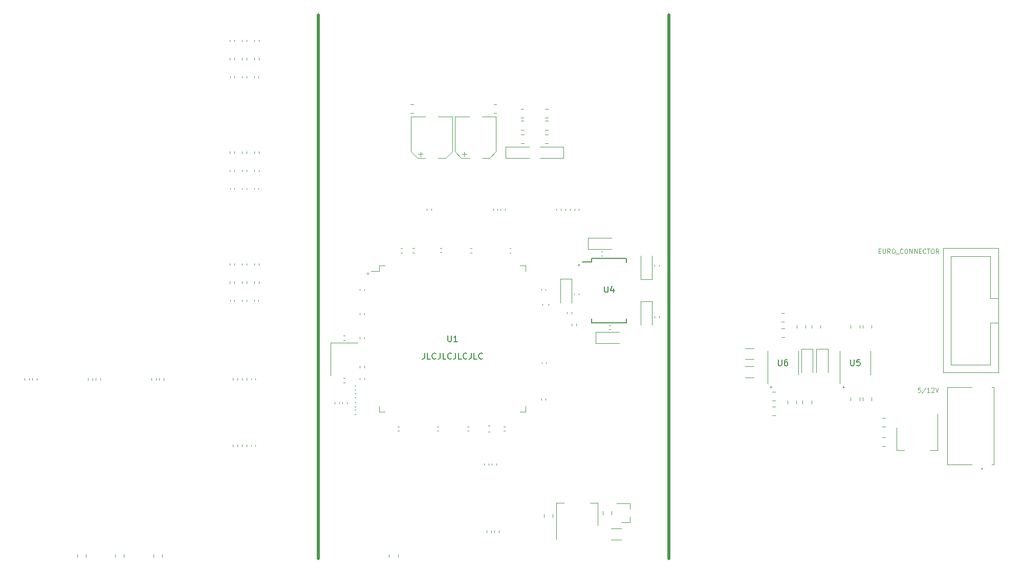
<source format=gbr>
%TF.GenerationSoftware,KiCad,Pcbnew,(5.1.8-0-10_14)*%
%TF.CreationDate,2021-03-03T20:06:49+01:00*%
%TF.ProjectId,KLST_CORE,4b4c5354-5f43-44f5-9245-2e6b69636164,v0.1*%
%TF.SameCoordinates,Original*%
%TF.FileFunction,Legend,Top*%
%TF.FilePolarity,Positive*%
%FSLAX46Y46*%
G04 Gerber Fmt 4.6, Leading zero omitted, Abs format (unit mm)*
G04 Created by KiCad (PCBNEW (5.1.8-0-10_14)) date 2021-03-03 20:06:49*
%MOMM*%
%LPD*%
G01*
G04 APERTURE LIST*
%ADD10C,0.150000*%
%ADD11C,0.120000*%
%ADD12C,0.100000*%
%ADD13C,0.500000*%
%ADD14C,0.200000*%
G04 APERTURE END LIST*
D10*
X117580952Y-113952380D02*
X117580952Y-114666666D01*
X117533333Y-114809523D01*
X117438095Y-114904761D01*
X117295238Y-114952380D01*
X117200000Y-114952380D01*
X118533333Y-114952380D02*
X118057142Y-114952380D01*
X118057142Y-113952380D01*
X119438095Y-114857142D02*
X119390476Y-114904761D01*
X119247619Y-114952380D01*
X119152380Y-114952380D01*
X119009523Y-114904761D01*
X118914285Y-114809523D01*
X118866666Y-114714285D01*
X118819047Y-114523809D01*
X118819047Y-114380952D01*
X118866666Y-114190476D01*
X118914285Y-114095238D01*
X119009523Y-114000000D01*
X119152380Y-113952380D01*
X119247619Y-113952380D01*
X119390476Y-114000000D01*
X119438095Y-114047619D01*
X120152380Y-113952380D02*
X120152380Y-114666666D01*
X120104761Y-114809523D01*
X120009523Y-114904761D01*
X119866666Y-114952380D01*
X119771428Y-114952380D01*
X121104761Y-114952380D02*
X120628571Y-114952380D01*
X120628571Y-113952380D01*
X122009523Y-114857142D02*
X121961904Y-114904761D01*
X121819047Y-114952380D01*
X121723809Y-114952380D01*
X121580952Y-114904761D01*
X121485714Y-114809523D01*
X121438095Y-114714285D01*
X121390476Y-114523809D01*
X121390476Y-114380952D01*
X121438095Y-114190476D01*
X121485714Y-114095238D01*
X121580952Y-114000000D01*
X121723809Y-113952380D01*
X121819047Y-113952380D01*
X121961904Y-114000000D01*
X122009523Y-114047619D01*
X122723809Y-113952380D02*
X122723809Y-114666666D01*
X122676190Y-114809523D01*
X122580952Y-114904761D01*
X122438095Y-114952380D01*
X122342857Y-114952380D01*
X123676190Y-114952380D02*
X123200000Y-114952380D01*
X123200000Y-113952380D01*
X124580952Y-114857142D02*
X124533333Y-114904761D01*
X124390476Y-114952380D01*
X124295238Y-114952380D01*
X124152380Y-114904761D01*
X124057142Y-114809523D01*
X124009523Y-114714285D01*
X123961904Y-114523809D01*
X123961904Y-114380952D01*
X124009523Y-114190476D01*
X124057142Y-114095238D01*
X124152380Y-114000000D01*
X124295238Y-113952380D01*
X124390476Y-113952380D01*
X124533333Y-114000000D01*
X124580952Y-114047619D01*
X125295238Y-113952380D02*
X125295238Y-114666666D01*
X125247619Y-114809523D01*
X125152380Y-114904761D01*
X125009523Y-114952380D01*
X124914285Y-114952380D01*
X126247619Y-114952380D02*
X125771428Y-114952380D01*
X125771428Y-113952380D01*
X127152380Y-114857142D02*
X127104761Y-114904761D01*
X126961904Y-114952380D01*
X126866666Y-114952380D01*
X126723809Y-114904761D01*
X126628571Y-114809523D01*
X126580952Y-114714285D01*
X126533333Y-114523809D01*
X126533333Y-114380952D01*
X126580952Y-114190476D01*
X126628571Y-114095238D01*
X126723809Y-114000000D01*
X126866666Y-113952380D01*
X126961904Y-113952380D01*
X127104761Y-114000000D01*
X127152380Y-114047619D01*
D11*
X187050000Y-119600000D02*
G75*
G03*
X187050000Y-119600000I-150000J0D01*
G01*
X175050000Y-119600000D02*
G75*
G03*
X175050000Y-119600000I-150000J0D01*
G01*
X143250000Y-99400000D02*
G75*
G03*
X143250000Y-99400000I-150000J0D01*
G01*
X108350000Y-100800000D02*
G75*
G03*
X108350000Y-100800000I-150000J0D01*
G01*
D12*
X192699285Y-97046428D02*
X192949285Y-97046428D01*
X193056428Y-97439285D02*
X192699285Y-97439285D01*
X192699285Y-96689285D01*
X193056428Y-96689285D01*
X193377857Y-96689285D02*
X193377857Y-97296428D01*
X193413571Y-97367857D01*
X193449285Y-97403571D01*
X193520714Y-97439285D01*
X193663571Y-97439285D01*
X193735000Y-97403571D01*
X193770714Y-97367857D01*
X193806428Y-97296428D01*
X193806428Y-96689285D01*
X194592142Y-97439285D02*
X194342142Y-97082142D01*
X194163571Y-97439285D02*
X194163571Y-96689285D01*
X194449285Y-96689285D01*
X194520714Y-96725000D01*
X194556428Y-96760714D01*
X194592142Y-96832142D01*
X194592142Y-96939285D01*
X194556428Y-97010714D01*
X194520714Y-97046428D01*
X194449285Y-97082142D01*
X194163571Y-97082142D01*
X195056428Y-96689285D02*
X195199285Y-96689285D01*
X195270714Y-96725000D01*
X195342142Y-96796428D01*
X195377857Y-96939285D01*
X195377857Y-97189285D01*
X195342142Y-97332142D01*
X195270714Y-97403571D01*
X195199285Y-97439285D01*
X195056428Y-97439285D01*
X194985000Y-97403571D01*
X194913571Y-97332142D01*
X194877857Y-97189285D01*
X194877857Y-96939285D01*
X194913571Y-96796428D01*
X194985000Y-96725000D01*
X195056428Y-96689285D01*
X195520714Y-97510714D02*
X196092142Y-97510714D01*
X196699285Y-97367857D02*
X196663571Y-97403571D01*
X196556428Y-97439285D01*
X196485000Y-97439285D01*
X196377857Y-97403571D01*
X196306428Y-97332142D01*
X196270714Y-97260714D01*
X196235000Y-97117857D01*
X196235000Y-97010714D01*
X196270714Y-96867857D01*
X196306428Y-96796428D01*
X196377857Y-96725000D01*
X196485000Y-96689285D01*
X196556428Y-96689285D01*
X196663571Y-96725000D01*
X196699285Y-96760714D01*
X197163571Y-96689285D02*
X197306428Y-96689285D01*
X197377857Y-96725000D01*
X197449285Y-96796428D01*
X197485000Y-96939285D01*
X197485000Y-97189285D01*
X197449285Y-97332142D01*
X197377857Y-97403571D01*
X197306428Y-97439285D01*
X197163571Y-97439285D01*
X197092142Y-97403571D01*
X197020714Y-97332142D01*
X196985000Y-97189285D01*
X196985000Y-96939285D01*
X197020714Y-96796428D01*
X197092142Y-96725000D01*
X197163571Y-96689285D01*
X197806428Y-97439285D02*
X197806428Y-96689285D01*
X198235000Y-97439285D01*
X198235000Y-96689285D01*
X198592142Y-97439285D02*
X198592142Y-96689285D01*
X199020714Y-97439285D01*
X199020714Y-96689285D01*
X199377857Y-97046428D02*
X199627857Y-97046428D01*
X199735000Y-97439285D02*
X199377857Y-97439285D01*
X199377857Y-96689285D01*
X199735000Y-96689285D01*
X200485000Y-97367857D02*
X200449285Y-97403571D01*
X200342142Y-97439285D01*
X200270714Y-97439285D01*
X200163571Y-97403571D01*
X200092142Y-97332142D01*
X200056428Y-97260714D01*
X200020714Y-97117857D01*
X200020714Y-97010714D01*
X200056428Y-96867857D01*
X200092142Y-96796428D01*
X200163571Y-96725000D01*
X200270714Y-96689285D01*
X200342142Y-96689285D01*
X200449285Y-96725000D01*
X200485000Y-96760714D01*
X200699285Y-96689285D02*
X201127857Y-96689285D01*
X200913571Y-97439285D02*
X200913571Y-96689285D01*
X201520714Y-96689285D02*
X201663571Y-96689285D01*
X201735000Y-96725000D01*
X201806428Y-96796428D01*
X201842142Y-96939285D01*
X201842142Y-97189285D01*
X201806428Y-97332142D01*
X201735000Y-97403571D01*
X201663571Y-97439285D01*
X201520714Y-97439285D01*
X201449285Y-97403571D01*
X201377857Y-97332142D01*
X201342142Y-97189285D01*
X201342142Y-96939285D01*
X201377857Y-96796428D01*
X201449285Y-96725000D01*
X201520714Y-96689285D01*
X202592142Y-97439285D02*
X202342142Y-97082142D01*
X202163571Y-97439285D02*
X202163571Y-96689285D01*
X202449285Y-96689285D01*
X202520714Y-96725000D01*
X202556428Y-96760714D01*
X202592142Y-96832142D01*
X202592142Y-96939285D01*
X202556428Y-97010714D01*
X202520714Y-97046428D01*
X202449285Y-97082142D01*
X202163571Y-97082142D01*
X199599285Y-119689285D02*
X199242142Y-119689285D01*
X199206428Y-120046428D01*
X199242142Y-120010714D01*
X199313571Y-119975000D01*
X199492142Y-119975000D01*
X199563571Y-120010714D01*
X199599285Y-120046428D01*
X199635000Y-120117857D01*
X199635000Y-120296428D01*
X199599285Y-120367857D01*
X199563571Y-120403571D01*
X199492142Y-120439285D01*
X199313571Y-120439285D01*
X199242142Y-120403571D01*
X199206428Y-120367857D01*
X200492142Y-119653571D02*
X199849285Y-120617857D01*
X201135000Y-120439285D02*
X200706428Y-120439285D01*
X200920714Y-120439285D02*
X200920714Y-119689285D01*
X200849285Y-119796428D01*
X200777857Y-119867857D01*
X200706428Y-119903571D01*
X201420714Y-119760714D02*
X201456428Y-119725000D01*
X201527857Y-119689285D01*
X201706428Y-119689285D01*
X201777857Y-119725000D01*
X201813571Y-119760714D01*
X201849285Y-119832142D01*
X201849285Y-119903571D01*
X201813571Y-120010714D01*
X201385000Y-120439285D01*
X201849285Y-120439285D01*
X202063571Y-119689285D02*
X202313571Y-120439285D01*
X202563571Y-119689285D01*
D13*
X158000000Y-58000000D02*
X158000000Y-148000000D01*
X100000000Y-58000000D02*
X100000000Y-148000000D01*
D11*
%TO.C,U1*%
X133340000Y-123700000D02*
X134290000Y-123700000D01*
X134290000Y-123700000D02*
X134290000Y-122750000D01*
X111020000Y-123700000D02*
X110070000Y-123700000D01*
X110070000Y-123700000D02*
X110070000Y-122750000D01*
X133340000Y-99480000D02*
X134290000Y-99480000D01*
X134290000Y-99480000D02*
X134290000Y-100430000D01*
X111020000Y-99480000D02*
X110070000Y-99480000D01*
X110070000Y-99480000D02*
X110070000Y-100430000D01*
X110070000Y-100430000D02*
X108755000Y-100430000D01*
%TO.C,J8*%
X211180000Y-104850000D02*
X212490000Y-104850000D01*
X211180000Y-104850000D02*
X211180000Y-104850000D01*
X211180000Y-97910000D02*
X211180000Y-104850000D01*
X204680000Y-97910000D02*
X211180000Y-97910000D01*
X204680000Y-115890000D02*
X204680000Y-97910000D01*
X211180000Y-115890000D02*
X204680000Y-115890000D01*
X211180000Y-108950000D02*
X211180000Y-115890000D01*
X212490000Y-108950000D02*
X211180000Y-108950000D01*
X212490000Y-96610000D02*
X212490000Y-117190000D01*
X203370000Y-96610000D02*
X212490000Y-96610000D01*
X203370000Y-117190000D02*
X203370000Y-96610000D01*
X212490000Y-117190000D02*
X203370000Y-117190000D01*
%TO.C,C4*%
X129660000Y-90092164D02*
X129660000Y-90307836D01*
X128940000Y-90092164D02*
X128940000Y-90307836D01*
%TO.C,R7*%
X74185000Y-147272936D02*
X74185000Y-147727064D01*
X72715000Y-147272936D02*
X72715000Y-147727064D01*
%TO.C,R6*%
X67835000Y-147272936D02*
X67835000Y-147727064D01*
X66365000Y-147272936D02*
X66365000Y-147727064D01*
%TO.C,R5*%
X61585000Y-147272936D02*
X61585000Y-147727064D01*
X60115000Y-147272936D02*
X60115000Y-147727064D01*
%TO.C,R12*%
X130120000Y-90353641D02*
X130120000Y-90046359D01*
X130880000Y-90353641D02*
X130880000Y-90046359D01*
%TO.C,U5*%
X191380000Y-115570000D02*
X191380000Y-113620000D01*
X191380000Y-115570000D02*
X191380000Y-117520000D01*
X186260000Y-115570000D02*
X186260000Y-113620000D01*
X186260000Y-115570000D02*
X186260000Y-119020000D01*
%TO.C,R27*%
X190085000Y-109797064D02*
X190085000Y-109342936D01*
X191555000Y-109797064D02*
X191555000Y-109342936D01*
%TO.C,R29*%
X188085000Y-109797064D02*
X188085000Y-109342936D01*
X189555000Y-109797064D02*
X189555000Y-109342936D01*
%TO.C,R33*%
X191555000Y-121342936D02*
X191555000Y-121797064D01*
X190085000Y-121342936D02*
X190085000Y-121797064D01*
%TO.C,R35*%
X189555000Y-121342936D02*
X189555000Y-121797064D01*
X188085000Y-121342936D02*
X188085000Y-121797064D01*
%TO.C,C34*%
X116508750Y-81023750D02*
X117296250Y-81023750D01*
X116902500Y-81417500D02*
X116902500Y-80630000D01*
X121095563Y-81660000D02*
X122160000Y-80595563D01*
X116404437Y-81660000D02*
X115340000Y-80595563D01*
X116404437Y-81660000D02*
X117690000Y-81660000D01*
X121095563Y-81660000D02*
X119810000Y-81660000D01*
X122160000Y-80595563D02*
X122160000Y-74840000D01*
X115340000Y-80595563D02*
X115340000Y-74840000D01*
X115340000Y-74840000D02*
X117690000Y-74840000D01*
X122160000Y-74840000D02*
X119810000Y-74840000D01*
%TO.C,R34*%
X175122936Y-122835000D02*
X175577064Y-122835000D01*
X175122936Y-124305000D02*
X175577064Y-124305000D01*
%TO.C,R32*%
X183085000Y-109342936D02*
X183085000Y-109797064D01*
X181615000Y-109342936D02*
X181615000Y-109797064D01*
%TO.C,R31*%
X172077064Y-114980000D02*
X170622936Y-114980000D01*
X172077064Y-113160000D02*
X170622936Y-113160000D01*
%TO.C,R30*%
X180585000Y-109342936D02*
X180585000Y-109797064D01*
X179115000Y-109342936D02*
X179115000Y-109797064D01*
%TO.C,R28*%
X177077064Y-108805000D02*
X176622936Y-108805000D01*
X177077064Y-107335000D02*
X176622936Y-107335000D01*
%TO.C,C53*%
X181785000Y-117170000D02*
X181785000Y-113260000D01*
X181785000Y-113260000D02*
X179915000Y-113260000D01*
X179915000Y-113260000D02*
X179915000Y-117170000D01*
%TO.C,C52*%
X175088748Y-120335000D02*
X175611252Y-120335000D01*
X175088748Y-121805000D02*
X175611252Y-121805000D01*
%TO.C,C51*%
X184285000Y-117170000D02*
X184285000Y-113260000D01*
X184285000Y-113260000D02*
X182415000Y-113260000D01*
X182415000Y-113260000D02*
X182415000Y-117170000D01*
%TO.C,C50*%
X176588748Y-109835000D02*
X177111252Y-109835000D01*
X176588748Y-111305000D02*
X177111252Y-111305000D01*
%TO.C,U6*%
X179410000Y-115570000D02*
X179410000Y-113620000D01*
X179410000Y-115570000D02*
X179410000Y-117520000D01*
X174290000Y-115570000D02*
X174290000Y-113620000D01*
X174290000Y-115570000D02*
X174290000Y-119020000D01*
%TO.C,R38*%
X180115000Y-122297064D02*
X180115000Y-121842936D01*
X181585000Y-122297064D02*
X181585000Y-121842936D01*
%TO.C,R37*%
X172077064Y-117980000D02*
X170622936Y-117980000D01*
X172077064Y-116160000D02*
X170622936Y-116160000D01*
%TO.C,R36*%
X177615000Y-122297064D02*
X177615000Y-121842936D01*
X179085000Y-122297064D02*
X179085000Y-121842936D01*
%TO.C,C55*%
X86110000Y-86642164D02*
X86110000Y-86857836D01*
X85390000Y-86642164D02*
X85390000Y-86857836D01*
%TO.C,R43*%
X88130000Y-83596359D02*
X88130000Y-83903641D01*
X87370000Y-83596359D02*
X87370000Y-83903641D01*
%TO.C,R42*%
X88130000Y-80596359D02*
X88130000Y-80903641D01*
X87370000Y-80596359D02*
X87370000Y-80903641D01*
%TO.C,U3*%
X146200000Y-138730000D02*
X144940000Y-138730000D01*
X139380000Y-138730000D02*
X140640000Y-138730000D01*
X146200000Y-142490000D02*
X146200000Y-138730000D01*
X139380000Y-144740000D02*
X139380000Y-138730000D01*
%TO.C,C33*%
X113642164Y-96590000D02*
X113857836Y-96590000D01*
X113642164Y-97310000D02*
X113857836Y-97310000D01*
%TO.C,C32*%
X120142164Y-96545001D02*
X120357836Y-96545001D01*
X120142164Y-97265001D02*
X120357836Y-97265001D01*
%TO.C,C31*%
X125142164Y-96590000D02*
X125357836Y-96590000D01*
X125142164Y-97310000D02*
X125357836Y-97310000D01*
%TO.C,C12*%
X138060000Y-105809420D02*
X138060000Y-106090580D01*
X137040000Y-105809420D02*
X137040000Y-106090580D01*
%TO.C,C11*%
X128390580Y-126960000D02*
X128109420Y-126960000D01*
X128390580Y-125940000D02*
X128109420Y-125940000D01*
%TO.C,R17*%
X107630000Y-116046359D02*
X107630000Y-116353641D01*
X106870000Y-116046359D02*
X106870000Y-116353641D01*
%TO.C,Y1*%
X106500000Y-112250000D02*
X102000000Y-112250000D01*
X102000000Y-112250000D02*
X102000000Y-117650000D01*
D10*
%TO.C,U4*%
X145245000Y-98275000D02*
X145245000Y-98850000D01*
X150995000Y-98275000D02*
X150995000Y-98925000D01*
X150995000Y-108925000D02*
X150995000Y-108275000D01*
X145245000Y-108925000D02*
X145245000Y-108275000D01*
X145245000Y-98275000D02*
X150995000Y-98275000D01*
X145245000Y-108925000D02*
X150995000Y-108925000D01*
X145245000Y-98850000D02*
X143645000Y-98850000D01*
D11*
%TO.C,U2*%
X195650000Y-130060000D02*
X196910000Y-130060000D01*
X202470000Y-130060000D02*
X201210000Y-130060000D01*
X195650000Y-126300000D02*
X195650000Y-130060000D01*
X202470000Y-124050000D02*
X202470000Y-130060000D01*
D14*
%TO.C,SW6*%
X209795000Y-133020000D02*
G75*
G02*
X209795000Y-133120000I0J-50000D01*
G01*
X209795000Y-133120000D02*
G75*
G02*
X209795000Y-133020000I0J50000D01*
G01*
X209795000Y-133020000D02*
G75*
G02*
X209795000Y-133120000I0J-50000D01*
G01*
X209795000Y-133120000D02*
X209795000Y-133120000D01*
X209795000Y-133020000D02*
X209795000Y-133020000D01*
X209795000Y-133120000D02*
X209795000Y-133120000D01*
D12*
X211395000Y-132435000D02*
X211770000Y-132435000D01*
X211395000Y-132435000D02*
X211395000Y-132435000D01*
X211770000Y-132435000D02*
X211395000Y-132435000D01*
X211770000Y-132435000D02*
X211770000Y-132435000D01*
X211770000Y-119605000D02*
X211770000Y-119605000D01*
X211770000Y-132435000D02*
X211770000Y-119605000D01*
X211770000Y-132435000D02*
X211770000Y-132435000D01*
X211770000Y-119605000D02*
X211770000Y-132435000D01*
X211770000Y-119605000D02*
X211395000Y-119605000D01*
X211770000Y-119605000D02*
X211770000Y-119605000D01*
X211395000Y-119605000D02*
X211770000Y-119605000D01*
X211395000Y-119605000D02*
X211395000Y-119605000D01*
X208145000Y-119605000D02*
X204020000Y-119605000D01*
X208145000Y-119605000D02*
X208145000Y-119605000D01*
X204020000Y-119605000D02*
X208145000Y-119605000D01*
X204020000Y-119605000D02*
X204020000Y-119605000D01*
X204020000Y-132435000D02*
X204020000Y-132435000D01*
X204020000Y-119605000D02*
X204020000Y-132435000D01*
X204020000Y-119605000D02*
X204020000Y-119605000D01*
X204020000Y-132435000D02*
X204020000Y-119605000D01*
X204020000Y-132435000D02*
X208145000Y-132435000D01*
X204020000Y-132435000D02*
X204020000Y-132435000D01*
X208145000Y-132435000D02*
X204020000Y-132435000D01*
X208145000Y-132435000D02*
X208145000Y-132435000D01*
D11*
%TO.C,R56*%
X90130000Y-102096359D02*
X90130000Y-102403641D01*
X89370000Y-102096359D02*
X89370000Y-102403641D01*
%TO.C,R55*%
X88130000Y-102106359D02*
X88130000Y-102413641D01*
X87370000Y-102106359D02*
X87370000Y-102413641D01*
%TO.C,R54*%
X88130000Y-99096359D02*
X88130000Y-99403641D01*
X87370000Y-99096359D02*
X87370000Y-99403641D01*
%TO.C,R53*%
X90130000Y-99096359D02*
X90130000Y-99403641D01*
X89370000Y-99096359D02*
X89370000Y-99403641D01*
%TO.C,R52*%
X85370000Y-102403641D02*
X85370000Y-102096359D01*
X86130000Y-102403641D02*
X86130000Y-102096359D01*
%TO.C,R51*%
X85370000Y-99403641D02*
X85370000Y-99096359D01*
X86130000Y-99403641D02*
X86130000Y-99096359D01*
%TO.C,R50*%
X90130000Y-65096359D02*
X90130000Y-65403641D01*
X89370000Y-65096359D02*
X89370000Y-65403641D01*
%TO.C,R49*%
X88130000Y-65096359D02*
X88130000Y-65403641D01*
X87370000Y-65096359D02*
X87370000Y-65403641D01*
%TO.C,R48*%
X88130000Y-62096359D02*
X88130000Y-62403641D01*
X87370000Y-62096359D02*
X87370000Y-62403641D01*
%TO.C,R47*%
X90130000Y-62096359D02*
X90130000Y-62403641D01*
X89370000Y-62096359D02*
X89370000Y-62403641D01*
%TO.C,R46*%
X85370000Y-65413641D02*
X85370000Y-65106359D01*
X86130000Y-65413641D02*
X86130000Y-65106359D01*
%TO.C,R45*%
X85370000Y-62403641D02*
X85370000Y-62096359D01*
X86130000Y-62403641D02*
X86130000Y-62096359D01*
%TO.C,R44*%
X90130000Y-83596359D02*
X90130000Y-83903641D01*
X89370000Y-83596359D02*
X89370000Y-83903641D01*
%TO.C,R41*%
X90130000Y-80596359D02*
X90130000Y-80903641D01*
X89370000Y-80596359D02*
X89370000Y-80903641D01*
%TO.C,R40*%
X85370000Y-83903641D02*
X85370000Y-83596359D01*
X86130000Y-83903641D02*
X86130000Y-83596359D01*
%TO.C,R39*%
X85370000Y-80903641D02*
X85370000Y-80596359D01*
X86130000Y-80903641D02*
X86130000Y-80596359D01*
%TO.C,R62*%
X72420000Y-118403641D02*
X72420000Y-118096359D01*
X73180000Y-118403641D02*
X73180000Y-118096359D01*
%TO.C,R61*%
X74430000Y-118096359D02*
X74430000Y-118403641D01*
X73670000Y-118096359D02*
X73670000Y-118403641D01*
%TO.C,R60*%
X61920000Y-118403641D02*
X61920000Y-118096359D01*
X62680000Y-118403641D02*
X62680000Y-118096359D01*
%TO.C,R59*%
X63930000Y-118096359D02*
X63930000Y-118403641D01*
X63170000Y-118096359D02*
X63170000Y-118403641D01*
%TO.C,R58*%
X51420000Y-118403641D02*
X51420000Y-118096359D01*
X52180000Y-118403641D02*
X52180000Y-118096359D01*
%TO.C,R57*%
X53430000Y-118096359D02*
X53430000Y-118403641D01*
X52670000Y-118096359D02*
X52670000Y-118403641D01*
%TO.C,R26*%
X137522936Y-75515000D02*
X137977064Y-75515000D01*
X137522936Y-76985000D02*
X137977064Y-76985000D01*
%TO.C,R25*%
X137522936Y-73515000D02*
X137977064Y-73515000D01*
X137522936Y-74985000D02*
X137977064Y-74985000D01*
%TO.C,R24*%
X133977064Y-76985000D02*
X133522936Y-76985000D01*
X133977064Y-75515000D02*
X133522936Y-75515000D01*
%TO.C,R23*%
X133977064Y-74985000D02*
X133522936Y-74985000D01*
X133977064Y-73515000D02*
X133522936Y-73515000D01*
%TO.C,R22*%
X129022936Y-72765000D02*
X129477064Y-72765000D01*
X129022936Y-74235000D02*
X129477064Y-74235000D01*
%TO.C,R21*%
X115727064Y-74235000D02*
X115272936Y-74235000D01*
X115727064Y-72765000D02*
X115272936Y-72765000D01*
%TO.C,R20*%
X141920000Y-109453641D02*
X141920000Y-109146359D01*
X142680000Y-109453641D02*
X142680000Y-109146359D01*
%TO.C,R19*%
X141880000Y-107146359D02*
X141880000Y-107453641D01*
X141120000Y-107146359D02*
X141120000Y-107453641D01*
%TO.C,R18*%
X115903641Y-97330000D02*
X115596359Y-97330000D01*
X115903641Y-96570000D02*
X115596359Y-96570000D01*
%TO.C,R16*%
X118680000Y-90046359D02*
X118680000Y-90353641D01*
X117920000Y-90046359D02*
X117920000Y-90353641D01*
%TO.C,R15*%
X140870000Y-90353641D02*
X140870000Y-90046359D01*
X141630000Y-90353641D02*
X141630000Y-90046359D01*
%TO.C,R14*%
X88130000Y-129096359D02*
X88130000Y-129403641D01*
X87370000Y-129096359D02*
X87370000Y-129403641D01*
%TO.C,R13*%
X88130000Y-118116359D02*
X88130000Y-118423641D01*
X87370000Y-118116359D02*
X87370000Y-118423641D01*
%TO.C,R11*%
X139370000Y-90353641D02*
X139370000Y-90046359D01*
X140130000Y-90353641D02*
X140130000Y-90046359D01*
%TO.C,R10*%
X85870000Y-129393641D02*
X85870000Y-129086359D01*
X86630000Y-129393641D02*
X86630000Y-129086359D01*
%TO.C,R9*%
X85870000Y-118403641D02*
X85870000Y-118096359D01*
X86630000Y-118403641D02*
X86630000Y-118096359D01*
%TO.C,R8*%
X113185000Y-147262936D02*
X113185000Y-147717064D01*
X111715000Y-147262936D02*
X111715000Y-147717064D01*
%TO.C,R4*%
X128220000Y-132186359D02*
X128220000Y-132493641D01*
X127460000Y-132186359D02*
X127460000Y-132493641D01*
%TO.C,R3*%
X128620000Y-143346359D02*
X128620000Y-143653641D01*
X127860000Y-143346359D02*
X127860000Y-143653641D01*
%TO.C,R2*%
X129470000Y-132186359D02*
X129470000Y-132493641D01*
X128710000Y-132186359D02*
X128710000Y-132493641D01*
%TO.C,R1*%
X129870000Y-143346359D02*
X129870000Y-143653641D01*
X129110000Y-143346359D02*
X129110000Y-143653641D01*
%TO.C,Q1*%
X151550000Y-141970000D02*
X151550000Y-141040000D01*
X151550000Y-138810000D02*
X151550000Y-139740000D01*
X151550000Y-138810000D02*
X149390000Y-138810000D01*
X151550000Y-141970000D02*
X150090000Y-141970000D01*
%TO.C,FB1*%
X148454758Y-142980000D02*
X150125242Y-142980000D01*
X148454758Y-144800000D02*
X150125242Y-144800000D01*
%TO.C,C62*%
X90110000Y-105142164D02*
X90110000Y-105357836D01*
X89390000Y-105142164D02*
X89390000Y-105357836D01*
%TO.C,C61*%
X86110000Y-105142164D02*
X86110000Y-105357836D01*
X85390000Y-105142164D02*
X85390000Y-105357836D01*
%TO.C,C60*%
X88110000Y-105142164D02*
X88110000Y-105357836D01*
X87390000Y-105142164D02*
X87390000Y-105357836D01*
%TO.C,C59*%
X90110000Y-68142164D02*
X90110000Y-68357836D01*
X89390000Y-68142164D02*
X89390000Y-68357836D01*
%TO.C,C58*%
X86110000Y-68142164D02*
X86110000Y-68357836D01*
X85390000Y-68142164D02*
X85390000Y-68357836D01*
%TO.C,C57*%
X88110000Y-68142164D02*
X88110000Y-68357836D01*
X87390000Y-68142164D02*
X87390000Y-68357836D01*
%TO.C,C56*%
X90110000Y-86642164D02*
X90110000Y-86857836D01*
X89390000Y-86642164D02*
X89390000Y-86857836D01*
%TO.C,C54*%
X88110000Y-86642164D02*
X88110000Y-86857836D01*
X87390000Y-86642164D02*
X87390000Y-86857836D01*
%TO.C,C49*%
X138011252Y-79235000D02*
X137488748Y-79235000D01*
X138011252Y-77765000D02*
X137488748Y-77765000D01*
%TO.C,C48*%
X148500000Y-94865000D02*
X144590000Y-94865000D01*
X144590000Y-94865000D02*
X144590000Y-96735000D01*
X144590000Y-96735000D02*
X148500000Y-96735000D01*
%TO.C,C47*%
X147007836Y-97860000D02*
X146792164Y-97860000D01*
X147007836Y-97140000D02*
X146792164Y-97140000D01*
%TO.C,C46*%
X153315000Y-97850000D02*
X153315000Y-101760000D01*
X153315000Y-101760000D02*
X155185000Y-101760000D01*
X155185000Y-101760000D02*
X155185000Y-97850000D01*
%TO.C,C45*%
X156360000Y-99342164D02*
X156360000Y-99557836D01*
X155640000Y-99342164D02*
X155640000Y-99557836D01*
%TO.C,C44*%
X149800000Y-110465000D02*
X145890000Y-110465000D01*
X145890000Y-110465000D02*
X145890000Y-112335000D01*
X145890000Y-112335000D02*
X149800000Y-112335000D01*
%TO.C,C43*%
X148307836Y-110060000D02*
X148092164Y-110060000D01*
X148307836Y-109340000D02*
X148092164Y-109340000D01*
%TO.C,C42*%
X141935000Y-105600000D02*
X141935000Y-101690000D01*
X141935000Y-101690000D02*
X140065000Y-101690000D01*
X140065000Y-101690000D02*
X140065000Y-105600000D01*
%TO.C,C41*%
X142340000Y-104307836D02*
X142340000Y-104092164D01*
X143060000Y-104307836D02*
X143060000Y-104092164D01*
%TO.C,C40*%
X136650000Y-81685000D02*
X140560000Y-81685000D01*
X140560000Y-81685000D02*
X140560000Y-79815000D01*
X140560000Y-79815000D02*
X136650000Y-79815000D01*
%TO.C,C39*%
X133488748Y-77765000D02*
X134011252Y-77765000D01*
X133488748Y-79235000D02*
X134011252Y-79235000D01*
%TO.C,C38*%
X134850000Y-79815000D02*
X130940000Y-79815000D01*
X130940000Y-79815000D02*
X130940000Y-81685000D01*
X130940000Y-81685000D02*
X134850000Y-81685000D01*
%TO.C,C37*%
X156360000Y-107842164D02*
X156360000Y-108057836D01*
X155640000Y-107842164D02*
X155640000Y-108057836D01*
%TO.C,C36*%
X155185000Y-109300000D02*
X155185000Y-105390000D01*
X155185000Y-105390000D02*
X153315000Y-105390000D01*
X153315000Y-105390000D02*
X153315000Y-109300000D01*
%TO.C,C35*%
X123758750Y-81023750D02*
X124546250Y-81023750D01*
X124152500Y-81417500D02*
X124152500Y-80630000D01*
X128345563Y-81660000D02*
X129410000Y-80595563D01*
X123654437Y-81660000D02*
X122590000Y-80595563D01*
X123654437Y-81660000D02*
X124940000Y-81660000D01*
X128345563Y-81660000D02*
X127060000Y-81660000D01*
X129410000Y-80595563D02*
X129410000Y-74840000D01*
X122590000Y-80595563D02*
X122590000Y-74840000D01*
X122590000Y-74840000D02*
X124940000Y-74840000D01*
X129410000Y-74840000D02*
X127060000Y-74840000D01*
%TO.C,C30*%
X131642164Y-96590000D02*
X131857836Y-96590000D01*
X131642164Y-97310000D02*
X131857836Y-97310000D01*
%TO.C,C29*%
X137610000Y-121472164D02*
X137610000Y-121687836D01*
X136890000Y-121472164D02*
X136890000Y-121687836D01*
%TO.C,C28*%
X137680000Y-115432164D02*
X137680000Y-115647836D01*
X136960000Y-115432164D02*
X136960000Y-115647836D01*
%TO.C,C27*%
X137610000Y-103342164D02*
X137610000Y-103557836D01*
X136890000Y-103342164D02*
X136890000Y-103557836D01*
%TO.C,C26*%
X119857836Y-126810000D02*
X119642164Y-126810000D01*
X119857836Y-126090000D02*
X119642164Y-126090000D01*
%TO.C,C25*%
X124857836Y-126810000D02*
X124642164Y-126810000D01*
X124857836Y-126090000D02*
X124642164Y-126090000D01*
%TO.C,C24*%
X130642164Y-126090000D02*
X130857836Y-126090000D01*
X130642164Y-126810000D02*
X130857836Y-126810000D01*
%TO.C,C23*%
X113357836Y-126810000D02*
X113142164Y-126810000D01*
X113357836Y-126090000D02*
X113142164Y-126090000D01*
%TO.C,C22*%
X107610000Y-118092164D02*
X107610000Y-118307836D01*
X106890000Y-118092164D02*
X106890000Y-118307836D01*
%TO.C,C21*%
X106890000Y-111557836D02*
X106890000Y-111342164D01*
X107610000Y-111557836D02*
X107610000Y-111342164D01*
%TO.C,C20*%
X106890000Y-107557836D02*
X106890000Y-107342164D01*
X107610000Y-107557836D02*
X107610000Y-107342164D01*
%TO.C,C19*%
X107610000Y-103342164D02*
X107610000Y-103557836D01*
X106890000Y-103342164D02*
X106890000Y-103557836D01*
%TO.C,C18*%
X103460000Y-122092164D02*
X103460000Y-122307836D01*
X102740000Y-122092164D02*
X102740000Y-122307836D01*
%TO.C,C17*%
X104710000Y-122092164D02*
X104710000Y-122307836D01*
X103990000Y-122092164D02*
X103990000Y-122307836D01*
%TO.C,C16*%
X106207836Y-121310000D02*
X105992164Y-121310000D01*
X106207836Y-120590000D02*
X105992164Y-120590000D01*
%TO.C,C15*%
X106207836Y-120060000D02*
X105992164Y-120060000D01*
X106207836Y-119340000D02*
X105992164Y-119340000D01*
%TO.C,C14*%
X106207836Y-122810000D02*
X105992164Y-122810000D01*
X106207836Y-122090000D02*
X105992164Y-122090000D01*
%TO.C,C13*%
X106207836Y-124060000D02*
X105992164Y-124060000D01*
X106207836Y-123340000D02*
X105992164Y-123340000D01*
%TO.C,C10*%
X104357836Y-118810000D02*
X104142164Y-118810000D01*
X104357836Y-118090000D02*
X104142164Y-118090000D01*
%TO.C,C9*%
X104357836Y-111810000D02*
X104142164Y-111810000D01*
X104357836Y-111090000D02*
X104142164Y-111090000D01*
%TO.C,C8*%
X138775000Y-140628748D02*
X138775000Y-141151252D01*
X137305000Y-140628748D02*
X137305000Y-141151252D01*
%TO.C,C7*%
X147055000Y-140651252D02*
X147055000Y-140128748D01*
X148525000Y-140651252D02*
X148525000Y-140128748D01*
%TO.C,C6*%
X193821252Y-129385000D02*
X193298748Y-129385000D01*
X193821252Y-127915000D02*
X193298748Y-127915000D01*
%TO.C,C5*%
X193821252Y-126135000D02*
X193298748Y-126135000D01*
X193821252Y-124665000D02*
X193298748Y-124665000D01*
%TO.C,C3*%
X142390000Y-90307836D02*
X142390000Y-90092164D01*
X143110000Y-90307836D02*
X143110000Y-90092164D01*
%TO.C,C2*%
X88890000Y-129357836D02*
X88890000Y-129142164D01*
X89610000Y-129357836D02*
X89610000Y-129142164D01*
%TO.C,C1*%
X89610000Y-118142164D02*
X89610000Y-118357836D01*
X88890000Y-118142164D02*
X88890000Y-118357836D01*
%TO.C,U1*%
D10*
X121438095Y-111052380D02*
X121438095Y-111861904D01*
X121485714Y-111957142D01*
X121533333Y-112004761D01*
X121628571Y-112052380D01*
X121819047Y-112052380D01*
X121914285Y-112004761D01*
X121961904Y-111957142D01*
X122009523Y-111861904D01*
X122009523Y-111052380D01*
X123009523Y-112052380D02*
X122438095Y-112052380D01*
X122723809Y-112052380D02*
X122723809Y-111052380D01*
X122628571Y-111195238D01*
X122533333Y-111290476D01*
X122438095Y-111338095D01*
%TO.C,U5*%
X188058095Y-115022380D02*
X188058095Y-115831904D01*
X188105714Y-115927142D01*
X188153333Y-115974761D01*
X188248571Y-116022380D01*
X188439047Y-116022380D01*
X188534285Y-115974761D01*
X188581904Y-115927142D01*
X188629523Y-115831904D01*
X188629523Y-115022380D01*
X189581904Y-115022380D02*
X189105714Y-115022380D01*
X189058095Y-115498571D01*
X189105714Y-115450952D01*
X189200952Y-115403333D01*
X189439047Y-115403333D01*
X189534285Y-115450952D01*
X189581904Y-115498571D01*
X189629523Y-115593809D01*
X189629523Y-115831904D01*
X189581904Y-115927142D01*
X189534285Y-115974761D01*
X189439047Y-116022380D01*
X189200952Y-116022380D01*
X189105714Y-115974761D01*
X189058095Y-115927142D01*
%TO.C,U6*%
X176088095Y-115022380D02*
X176088095Y-115831904D01*
X176135714Y-115927142D01*
X176183333Y-115974761D01*
X176278571Y-116022380D01*
X176469047Y-116022380D01*
X176564285Y-115974761D01*
X176611904Y-115927142D01*
X176659523Y-115831904D01*
X176659523Y-115022380D01*
X177564285Y-115022380D02*
X177373809Y-115022380D01*
X177278571Y-115070000D01*
X177230952Y-115117619D01*
X177135714Y-115260476D01*
X177088095Y-115450952D01*
X177088095Y-115831904D01*
X177135714Y-115927142D01*
X177183333Y-115974761D01*
X177278571Y-116022380D01*
X177469047Y-116022380D01*
X177564285Y-115974761D01*
X177611904Y-115927142D01*
X177659523Y-115831904D01*
X177659523Y-115593809D01*
X177611904Y-115498571D01*
X177564285Y-115450952D01*
X177469047Y-115403333D01*
X177278571Y-115403333D01*
X177183333Y-115450952D01*
X177135714Y-115498571D01*
X177088095Y-115593809D01*
%TO.C,U4*%
X147358095Y-102902380D02*
X147358095Y-103711904D01*
X147405714Y-103807142D01*
X147453333Y-103854761D01*
X147548571Y-103902380D01*
X147739047Y-103902380D01*
X147834285Y-103854761D01*
X147881904Y-103807142D01*
X147929523Y-103711904D01*
X147929523Y-102902380D01*
X148834285Y-103235714D02*
X148834285Y-103902380D01*
X148596190Y-102854761D02*
X148358095Y-103569047D01*
X148977142Y-103569047D01*
%TD*%
M02*

</source>
